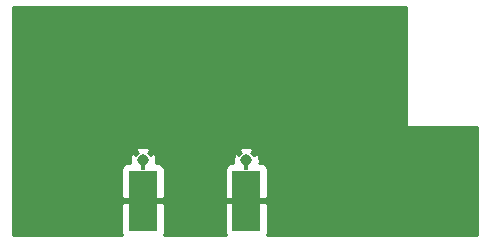
<source format=gbr>
*
%LPD*%
%LNChip Antenna-B.Cu*%
%FSLAX25Y25*%
%MOIN*%
%AD*%
%AD*%
%ADD11R,0.095275591X0.2*%
%ADD12C,0.038188976*%
%ADD13R,0.018110236X0.03503937*%
%ADD14C,0.023622047*%
%ADD15C,0.01*%
G54D11*
%SRX1Y1I0.0J0.0*%
G1X44795Y12669D3*
G1X79283Y12669D3*
G54D12*
G1X44795Y26213D3*
G1X79283Y26213D3*
G54D13*
G1X44795Y24441D3*
G1X79283Y24441D3*
G54D14*
G1X88583Y11811D3*
G1X88583Y20669D3*
G1X46260Y32480D3*
G1X38386Y32480D3*
G1X35433Y26575D3*
G1X35433Y19685D3*
G1X35433Y11811D3*
G1X145669Y28543D3*
G1X138780Y28543D3*
G1X132874Y28543D3*
G1X125984Y28543D3*
G1X119094Y28543D3*
G1X111220Y28543D3*
G1X103346Y28543D3*
G1X95472Y28543D3*
G1X88583Y28543D3*
G1X67913Y26575D3*
G1X55118Y26575D3*
G1X55118Y32480D3*
G1X57087Y38386D3*
G1X63976Y40354D3*
G1X70866Y40354D3*
G1X78740Y40354D3*
G1X86614Y40354D3*
G1X95472Y40354D3*
G1X103346Y40354D3*
G1X111220Y40354D3*
G1X118110Y40354D3*
G1X125000Y40354D3*
G1X153543Y35433D3*
G1X153543Y27559D3*
G1X153543Y19685D3*
G1X153543Y11811D3*
G1X153543Y3937D3*
G1X145669Y3937D3*
G1X137795Y3937D3*
G1X129921Y3937D3*
G1X122047Y3937D3*
G1X114173Y3937D3*
G1X106299Y3937D3*
G1X98425Y3937D3*
G1X90551Y3937D3*
G1X35433Y3937D3*
G1X27559Y3937D3*
G1X19685Y3937D3*
G1X11811Y3937D3*
G1X129921Y43307D3*
G1X129921Y51181D3*
G1X129921Y59055D3*
G1X129921Y66929D3*
G1X129921Y74803D3*
G1X122047Y74803D3*
G1X114173Y74803D3*
G1X106299Y74803D3*
G1X98425Y74803D3*
G1X90551Y74803D3*
G1X82677Y74803D3*
G1X74803Y74803D3*
G1X66929Y74803D3*
G1X59055Y74803D3*
G1X51181Y74803D3*
G1X43307Y74803D3*
G1X35433Y74803D3*
G1X27559Y74803D3*
G1X19685Y74803D3*
G1X11811Y74803D3*
G1X3937Y3937D3*
G1X3937Y11811D3*
G1X3937Y19685D3*
G1X3937Y27559D3*
G1X3937Y35433D3*
G1X3937Y43307D3*
G1X3937Y51181D3*
G1X3937Y59055D3*
G1X3937Y66929D3*
G1X3937Y74803D3*
G54D15*
G36*
G1X1539Y1341D2*
G1X37876Y1341D1*
G1X37531Y2172D1*
G1X37531Y11544D1*
G1X38156Y12169D1*
G1X44295Y12169D1*
G1X44295Y12091D1*
G1X45295Y12091D1*
G1X45295Y12169D1*
G1X51434Y12169D1*
G1X52059Y11544D1*
G1X52059Y2172D1*
G1X51715Y1341D1*
G1X72364Y1341D1*
G1X72020Y2172D1*
G1X72020Y11544D1*
G1X72645Y12169D1*
G1X78783Y12169D1*
G1X78783Y12091D1*
G1X79783Y12091D1*
G1X79783Y12169D1*
G1X85922Y12169D1*
G1X86547Y11544D1*
G1X86547Y2172D1*
G1X86203Y1341D1*
G1X156139Y1341D1*
G1X156139Y21921D1*
G1X86547Y21921D1*
G1X86547Y13794D1*
G1X85922Y13169D1*
G1X79783Y13169D1*
G1X79783Y13248D1*
G1X78783Y13248D1*
G1X78783Y13169D1*
G1X72645Y13169D1*
G1X72020Y13794D1*
G1X72020Y21921D1*
G1X52059Y21921D1*
G1X52059Y13794D1*
G1X51434Y13169D1*
G1X45295Y13169D1*
G1X45295Y13248D1*
G1X44295Y13248D1*
G1X44295Y13169D1*
G1X38156Y13169D1*
G1X37531Y13794D1*
G1X37531Y21921D1*
G1X1539Y21921D1*
G1X1539Y1341D1*
G37*
G36*
G1X1539Y21921D2*
G1X37531Y21921D1*
G1X37531Y23167D1*
G1X37912Y24085D1*
G1X38615Y24789D1*
G1X39534Y25169D1*
G1X40450Y25169D1*
G1X40334Y26769D1*
G1X40887Y28434D1*
G1X41728Y28573D1*
G1X42231Y28070D1*
G1X42474Y28312D1*
G1X43131Y28584D1*
G1X42435Y29280D1*
G1X42574Y30121D1*
G1X43602Y30547D1*
G1X45352Y30674D1*
G1X47017Y30121D1*
G1X47156Y29280D1*
G1X46460Y28584D1*
G1X47117Y28312D1*
G1X47360Y28070D1*
G1X47863Y28573D1*
G1X48704Y28434D1*
G1X49130Y27405D1*
G1X49256Y25656D1*
G1X49095Y25169D1*
G1X50056Y25169D1*
G1X50975Y24789D1*
G1X51678Y24085D1*
G1X52059Y23167D1*
G1X52059Y21921D1*
G1X72020Y21921D1*
G1X72020Y23167D1*
G1X72400Y24085D1*
G1X73104Y24789D1*
G1X74022Y25169D1*
G1X74938Y25169D1*
G1X74822Y26769D1*
G1X75375Y28434D1*
G1X76216Y28573D1*
G1X76719Y28070D1*
G1X76962Y28312D1*
G1X77619Y28584D1*
G1X76923Y29280D1*
G1X77062Y30121D1*
G1X78091Y30547D1*
G1X79840Y30674D1*
G1X81505Y30121D1*
G1X81644Y29280D1*
G1X80948Y28584D1*
G1X81605Y28312D1*
G1X81848Y28070D1*
G1X82351Y28573D1*
G1X83192Y28434D1*
G1X83618Y27405D1*
G1X83745Y25656D1*
G1X83583Y25169D1*
G1X84545Y25169D1*
G1X85463Y24789D1*
G1X86167Y24085D1*
G1X86547Y23167D1*
G1X86547Y21921D1*
G1X156139Y21921D1*
G1X156139Y37141D1*
G1X133039Y37141D1*
G1X132858Y37175D1*
G1X132691Y37283D1*
G1X132579Y37446D1*
G1X132539Y37641D1*
G1X132539Y77141D1*
G1X1539Y77141D1*
G1X1539Y21921D1*
G37*
G1X132539Y37641D2*
G1X132579Y37446D1*
G1X132691Y37283D1*
G1X132858Y37175D1*
G1X133039Y37141D1*
G1X156139Y37141D1*
G1X156139Y1341D1*
G1X86203Y1341D1*
G1X86547Y2172D1*
G1X86547Y11544D1*
G1X85922Y12169D1*
G1X79783Y12169D1*
G1X79783Y12091D1*
G1X78783Y12091D1*
G1X78783Y12169D1*
G1X72645Y12169D1*
G1X72020Y11544D1*
G1X72020Y2172D1*
G1X72364Y1341D1*
G1X51715Y1341D1*
G1X52059Y2172D1*
G1X52059Y11544D1*
G1X51434Y12169D1*
G1X45295Y12169D1*
G1X45295Y12091D1*
G1X44295Y12091D1*
G1X44295Y12169D1*
G1X38156Y12169D1*
G1X37531Y11544D1*
G1X37531Y2172D1*
G1X37876Y1341D1*
G1X1539Y1341D1*
G1X1539Y23167D1*
G1X37531Y23167D1*
G1X37531Y13794D1*
G1X38156Y13169D1*
G1X44295Y13169D1*
G1X44295Y13248D1*
G1X45295Y13248D1*
G1X45295Y13169D1*
G1X51434Y13169D1*
G1X52059Y13794D1*
G1X52059Y23167D1*
G1X72020Y23167D1*
G1X72020Y13794D1*
G1X72645Y13169D1*
G1X78783Y13169D1*
G1X78783Y13248D1*
G1X79783Y13248D1*
G1X79783Y13169D1*
G1X85922Y13169D1*
G1X86547Y13794D1*
G1X86547Y23167D1*
G1X86167Y24085D1*
G1X85463Y24789D1*
G1X84545Y25169D1*
G1X83583Y25169D1*
G1X83745Y25656D1*
G1X83618Y27405D1*
G1X83192Y28434D1*
G1X82351Y28573D1*
G1X81848Y28070D1*
G1X81605Y28312D1*
G1X80948Y28584D1*
G1X81644Y29280D1*
G1X81505Y30121D1*
G1X79840Y30674D1*
G1X78091Y30547D1*
G1X77062Y30121D1*
G1X76923Y29280D1*
G1X77619Y28584D1*
G1X76962Y28312D1*
G1X76719Y28070D1*
G1X76216Y28573D1*
G1X75375Y28434D1*
G1X74822Y26769D1*
G1X74938Y25169D1*
G1X74022Y25169D1*
G1X73104Y24789D1*
G1X72400Y24085D1*
G1X72020Y23167D1*
G1X52059Y23167D1*
G1X51678Y24085D1*
G1X50975Y24789D1*
G1X50056Y25169D1*
G1X49095Y25169D1*
G1X49256Y25656D1*
G1X49130Y27405D1*
G1X48704Y28434D1*
G1X47863Y28573D1*
G1X47360Y28070D1*
G1X47117Y28312D1*
G1X46460Y28584D1*
G1X47156Y29280D1*
G1X47017Y30121D1*
G1X45352Y30674D1*
G1X43602Y30547D1*
G1X42574Y30121D1*
G1X42435Y29280D1*
G1X43131Y28584D1*
G1X42474Y28312D1*
G1X42231Y28070D1*
G1X41728Y28573D1*
G1X40887Y28434D1*
G1X40334Y26769D1*
G1X40450Y25169D1*
G1X39534Y25169D1*
G1X38615Y24789D1*
G1X37912Y24085D1*
G1X37531Y23167D1*
G1X1539Y23167D1*
G1X1539Y77141D1*
G1X132539Y77141D1*
G1X132539Y37641D1*
M2*

</source>
